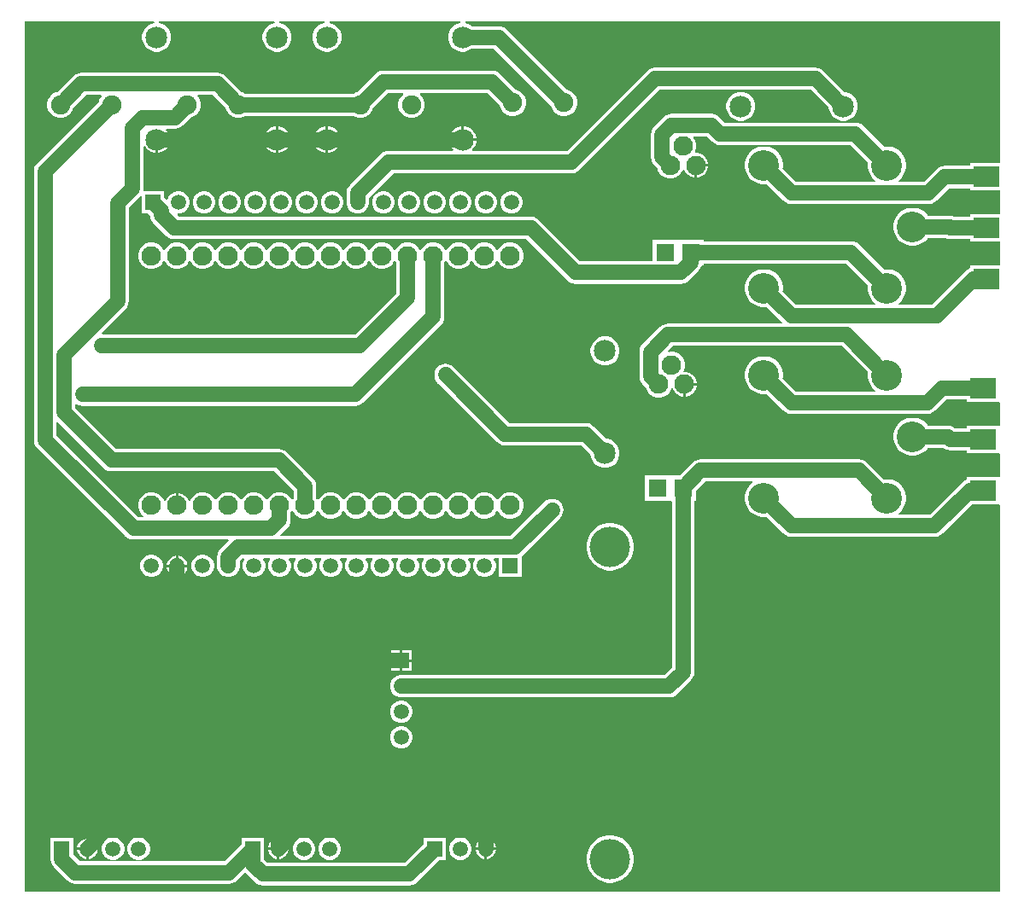
<source format=gbl>
G04*
G04 #@! TF.GenerationSoftware,Altium Limited,Altium Designer,23.6.0 (18)*
G04*
G04 Layer_Physical_Order=2*
G04 Layer_Color=16711680*
%FSTAX25Y25*%
%MOIN*%
G70*
G04*
G04 #@! TF.SameCoordinates,9BEE5B86-6B9F-4FCF-B317-2D1E74663753*
G04*
G04*
G04 #@! TF.FilePolarity,Positive*
G04*
G01*
G75*
%ADD25C,0.05906*%
%ADD26C,0.15748*%
%ADD27C,0.07500*%
%ADD28C,0.08500*%
%ADD29C,0.07600*%
%ADD30C,0.05984*%
%ADD31R,0.05984X0.05984*%
%ADD32R,0.09843X0.07874*%
%ADD33C,0.12000*%
%ADD34R,0.07087X0.07087*%
%ADD35R,0.05984X0.05984*%
%ADD36C,0.05000*%
G36*
X0432105Y0378785D02*
X0420681D01*
Y0377838D01*
X041055D01*
X0409414Y0377688D01*
X0408356Y037725D01*
X0407447Y0376553D01*
X0407447Y0376553D01*
X0402483Y0371588D01*
X039258D01*
X0392435Y0372066D01*
X0392716Y0372254D01*
X0393746Y0373284D01*
X0394556Y0374496D01*
X0395113Y0375842D01*
X0395398Y0377271D01*
Y0378729D01*
X0395113Y0380158D01*
X0394556Y0381504D01*
X0393746Y0382716D01*
X0392716Y0383746D01*
X0391504Y0384556D01*
X0390158Y0385113D01*
X0388729Y0385398D01*
X0387271D01*
X0386885Y0385321D01*
X0378803Y0393403D01*
X0377894Y03941D01*
X0376836Y0394538D01*
X03757Y0394688D01*
X03757Y0394688D01*
X0324817D01*
X0322703Y0396803D01*
X0321794Y03975D01*
X0320736Y0397938D01*
X03196Y0398088D01*
X03196Y0398088D01*
X0304D01*
X0304Y0398088D01*
X0302864Y0397938D01*
X0301806Y03975D01*
X0300897Y0396803D01*
X0300897Y0396803D01*
X0297197Y0393103D01*
X02965Y0392194D01*
X0296062Y0391136D01*
X0295912Y039D01*
X0295912Y039D01*
Y03812D01*
X0295912Y03812D01*
X0296062Y0380064D01*
X02965Y0379006D01*
X0297197Y0378097D01*
X0298421Y0376874D01*
X0298657Y0375994D01*
X0299341Y0374809D01*
X0300309Y0373841D01*
X0301494Y0373157D01*
X0302816Y0372802D01*
X0304184D01*
X0305506Y0373157D01*
X0306691Y0373841D01*
X0307659Y0374809D01*
X0308343Y0375994D01*
X0308447Y037638D01*
X0308965D01*
X0309027Y0376147D01*
X0309659Y0375053D01*
X0310553Y0374159D01*
X0311647Y0373527D01*
X0312868Y03732D01*
X0313D01*
Y0378D01*
X03135D01*
Y03785D01*
X03183D01*
Y0378632D01*
X0317973Y0379853D01*
X0317341Y0380947D01*
X0316447Y0381841D01*
X0315353Y0382473D01*
X0314132Y03828D01*
X0313443D01*
X0313193Y0383233D01*
X0313343Y0383494D01*
X0313698Y0384816D01*
Y0386184D01*
X0313343Y0387506D01*
X0312659Y0388691D01*
X0312501Y038885D01*
X0312692Y0389312D01*
X0317782D01*
X0319897Y0387197D01*
X0319897Y0387197D01*
X0320806Y03865D01*
X0321864Y0386062D01*
X0323Y0385912D01*
X0323Y0385912D01*
X0373883D01*
X0380679Y0379115D01*
X0380602Y0378729D01*
Y0377271D01*
X0380887Y0375842D01*
X0381444Y0374496D01*
X0382254Y0373284D01*
X0383284Y0372254D01*
X0383565Y0372066D01*
X038342Y0371588D01*
X0352618D01*
X0347321Y0376885D01*
X0347398Y0377271D01*
Y0378729D01*
X0347113Y0380158D01*
X0346556Y0381504D01*
X0345746Y0382716D01*
X0344716Y0383746D01*
X0343504Y0384556D01*
X0342158Y0385113D01*
X0340729Y0385398D01*
X0339271D01*
X0337842Y0385113D01*
X0336496Y0384556D01*
X0335284Y0383746D01*
X0334254Y0382716D01*
X0333444Y0381504D01*
X0332887Y0380158D01*
X0332602Y0378729D01*
Y0377271D01*
X0332887Y0375842D01*
X0333444Y0374496D01*
X0334254Y0373284D01*
X0335284Y0372254D01*
X0336496Y0371444D01*
X0337842Y0370887D01*
X0339271Y0370602D01*
X0340729D01*
X0341115Y0370679D01*
X0347697Y0364097D01*
X0347697Y0364097D01*
X0348606Y03634D01*
X0349664Y0362962D01*
X03508Y0362812D01*
X03508Y0362812D01*
X04043D01*
X04043Y0362812D01*
X0405436Y0362962D01*
X0406494Y03634D01*
X0407403Y0364097D01*
X0412367Y0369062D01*
X0420681D01*
Y0368115D01*
X0432105D01*
Y0358835D01*
X0420681D01*
Y0357888D01*
X0414482D01*
X0413636Y0358238D01*
X04125Y0358388D01*
X04125Y0358388D01*
X0403965D01*
X0403746Y0358716D01*
X0402716Y0359746D01*
X0401504Y0360556D01*
X0400158Y0361113D01*
X0398729Y0361398D01*
X0397271D01*
X0395842Y0361113D01*
X0394496Y0360556D01*
X0393284Y0359746D01*
X0392254Y0358716D01*
X0391444Y0357504D01*
X0390887Y0356158D01*
X0390602Y0354729D01*
Y0353271D01*
X0390887Y0351842D01*
X0391444Y0350496D01*
X0392254Y0349284D01*
X0393284Y0348254D01*
X0394496Y0347444D01*
X0395842Y0346887D01*
X0397271Y0346602D01*
X0398729D01*
X0400158Y0346887D01*
X0401504Y0347444D01*
X0402716Y0348254D01*
X0403746Y0349284D01*
X0403965Y0349612D01*
X0411018D01*
X0411864Y0349262D01*
X0413Y0349112D01*
X0413Y0349112D01*
X0420681D01*
Y0348165D01*
X0432105D01*
Y0338835D01*
X0420681D01*
Y0337741D01*
X0420664Y0337738D01*
X0419606Y03373D01*
X0418697Y0336603D01*
X0418697Y0336603D01*
X0405683Y0323588D01*
X039258D01*
X0392435Y0324066D01*
X0392716Y0324254D01*
X0393746Y0325284D01*
X0394556Y0326496D01*
X0395113Y0327842D01*
X0395398Y0329271D01*
Y0330729D01*
X0395113Y0332158D01*
X0394556Y0333504D01*
X0393746Y0334716D01*
X0392716Y0335746D01*
X0391504Y0336556D01*
X0390158Y0337113D01*
X0388729Y0337398D01*
X0387271D01*
X0386885Y0337321D01*
X0377103Y0347103D01*
X0376194Y03478D01*
X0375136Y0348238D01*
X0374Y0348388D01*
X0374Y0348388D01*
X0316441D01*
Y0348941D01*
X0306941D01*
X0306559Y0348941D01*
Y0348941D01*
X0306441D01*
Y0348941D01*
X0296559D01*
Y0340488D01*
X0268318D01*
X0252203Y0356603D01*
X0251294Y03573D01*
X0250236Y0357738D01*
X02491Y0357888D01*
X02491Y0357888D01*
X0111818D01*
X0111095Y035861D01*
X0111302Y035911D01*
X0112078D01*
X0113194Y0359409D01*
X0114195Y0359987D01*
X0115013Y0360805D01*
X0115591Y0361806D01*
X011589Y0362922D01*
Y0364078D01*
X0115591Y0365194D01*
X0115013Y0366195D01*
X0114195Y0367013D01*
X0113194Y0367591D01*
X0112078Y036789D01*
X0110922D01*
X0109806Y0367591D01*
X0108805Y0367013D01*
X0107987Y0366195D01*
X0107409Y0365194D01*
X0107243Y0364575D01*
X010676Y0364445D01*
X010589Y0365316D01*
Y036789D01*
X0098121D01*
X0097791Y0368266D01*
X0097888Y0369D01*
X0097888Y0369D01*
Y0385356D01*
X0098388Y038549D01*
X00988Y0384776D01*
X0099777Y0383799D01*
X0100975Y0383108D01*
X010231Y038275D01*
X0102501D01*
Y0388D01*
X0103001D01*
Y03885D01*
X0108251D01*
Y0388691D01*
X0107893Y0390026D01*
X0107202Y0391224D01*
X0106614Y0391812D01*
X0106821Y0392312D01*
X0110075D01*
X0110076Y0392312D01*
X0111211Y0392462D01*
X011227Y03929D01*
X0113178Y0393597D01*
X0116197Y0396616D01*
X0116987Y0396828D01*
X0118161Y0397505D01*
X0119119Y0398464D01*
X0119797Y0399638D01*
X0120148Y0400947D01*
Y0402302D01*
X0119797Y0403611D01*
X0119119Y0404785D01*
X0118954Y040495D01*
X0119146Y0405412D01*
X0125007D01*
X0129991Y0400427D01*
X0130203Y0399638D01*
X0130881Y0398464D01*
X0131839Y0397505D01*
X0133013Y0396828D01*
X0134322Y0396477D01*
X0135678D01*
X0136987Y0396828D01*
X0137695Y0397236D01*
X0179805D01*
X0180513Y0396828D01*
X0181822Y0396477D01*
X0183178D01*
X0184487Y0396828D01*
X0185661Y0397505D01*
X0186619Y0398464D01*
X0187297Y0399638D01*
X0187508Y0400427D01*
X0193293Y0406212D01*
X0199214D01*
X0199288Y0405935D01*
X0199308Y0405712D01*
X0198381Y0404785D01*
X0197703Y0403611D01*
X0197352Y0402302D01*
Y0400947D01*
X0197703Y0399638D01*
X0198381Y0398464D01*
X0199339Y0397505D01*
X0200513Y0396828D01*
X0201822Y0396477D01*
X0203178D01*
X0204487Y0396828D01*
X0205661Y0397505D01*
X0206619Y0398464D01*
X0207297Y0399638D01*
X0207648Y0400947D01*
Y0402302D01*
X0207297Y0403611D01*
X0206619Y0404785D01*
X0205692Y0405712D01*
X0205712Y0405935D01*
X0205786Y0406212D01*
X0232083D01*
X0236992Y0401303D01*
X0237203Y0400513D01*
X0237881Y0399339D01*
X0238839Y0398381D01*
X0240013Y0397703D01*
X0241322Y0397352D01*
X0242678D01*
X0243987Y0397703D01*
X0245161Y0398381D01*
X0246119Y0399339D01*
X0246797Y0400513D01*
X0247148Y0401822D01*
Y0403178D01*
X0246797Y0404487D01*
X0246119Y0405661D01*
X0245161Y0406619D01*
X0243987Y0407297D01*
X0243197Y0407509D01*
X0237003Y0413703D01*
X0236094Y04144D01*
X0235036Y0414838D01*
X02339Y0414988D01*
X02339Y0414988D01*
X0191476D01*
X0191476Y0414988D01*
X019034Y0414838D01*
X0189282Y04144D01*
X0188373Y0413703D01*
X0188373Y0413703D01*
X0181303Y0406633D01*
X0180513Y0406421D01*
X0179805Y0406012D01*
X0137695D01*
X0136987Y0406421D01*
X0136197Y0406633D01*
X0129927Y0412903D01*
X0129018Y04136D01*
X012796Y0414038D01*
X0126824Y0414188D01*
X0126824Y0414188D01*
X0073676D01*
X007254Y0414038D01*
X0071482Y04136D01*
X0070573Y0412903D01*
X0070573Y0412903D01*
X0064303Y0406633D01*
X0063513Y0406421D01*
X0062339Y0405744D01*
X0061381Y0404785D01*
X0060703Y0403611D01*
X0060352Y0402302D01*
Y0400947D01*
X0060703Y0399638D01*
X0061381Y0398464D01*
X0062339Y0397505D01*
X0063513Y0396828D01*
X0064822Y0396477D01*
X0066178D01*
X0067487Y0396828D01*
X0068661Y0397505D01*
X0069619Y0398464D01*
X0070297Y0399638D01*
X0070508Y0400427D01*
X0075493Y0405412D01*
X0081354D01*
X0081546Y040495D01*
X0081381Y0404785D01*
X0080703Y0403611D01*
X0080492Y0402821D01*
X0056391Y0378721D01*
X0055694Y0377812D01*
X0055255Y0376754D01*
X0055106Y0375618D01*
X0055106Y0375618D01*
Y0270707D01*
X0055106Y0270706D01*
X0055255Y0269571D01*
X0055694Y0268512D01*
X0056391Y0267604D01*
X0090951Y0233043D01*
X0090952Y0233043D01*
X009186Y0232346D01*
X0092918Y0231907D01*
X0094054Y0231758D01*
X0094054Y0231758D01*
X0130899D01*
X013109Y0231296D01*
X0127897Y0228103D01*
X01272Y0227194D01*
X0126762Y0226136D01*
X0126612Y0225D01*
X0126612Y0225D01*
Y0222085D01*
X012661Y0222078D01*
Y0220922D01*
X0126909Y0219806D01*
X0127487Y0218805D01*
X0128305Y0217987D01*
X0129306Y0217409D01*
X0130422Y021711D01*
X0131578D01*
X0132694Y0217409D01*
X0133695Y0217987D01*
X0134513Y0218805D01*
X0135091Y0219806D01*
X013539Y0220922D01*
Y0222078D01*
X0135388Y0222085D01*
Y0223183D01*
X0136608Y0224402D01*
X0137117Y0224359D01*
X0137343Y0223945D01*
X0136909Y0223194D01*
X013661Y0222078D01*
Y0220922D01*
X0136909Y0219806D01*
X0137487Y0218805D01*
X0138305Y0217987D01*
X0139306Y0217409D01*
X0140422Y021711D01*
X0141578D01*
X0142694Y0217409D01*
X0143695Y0217987D01*
X0144513Y0218805D01*
X0145091Y0219806D01*
X014539Y0220922D01*
Y0222078D01*
X0145091Y0223194D01*
X0144652Y0223955D01*
X0144934Y0224455D01*
X0147066D01*
X0147348Y0223955D01*
X0146909Y0223194D01*
X014661Y0222078D01*
Y0220922D01*
X0146909Y0219806D01*
X0147487Y0218805D01*
X0148305Y0217987D01*
X0149306Y0217409D01*
X0150422Y021711D01*
X0151578D01*
X0152694Y0217409D01*
X0153695Y0217987D01*
X0154513Y0218805D01*
X0155091Y0219806D01*
X015539Y0220922D01*
Y0222078D01*
X0155091Y0223194D01*
X0154652Y0223955D01*
X0154934Y0224455D01*
X0157066D01*
X0157348Y0223955D01*
X0156909Y0223194D01*
X015661Y0222078D01*
Y0220922D01*
X0156909Y0219806D01*
X0157487Y0218805D01*
X0158305Y0217987D01*
X0159306Y0217409D01*
X0160422Y021711D01*
X0161578D01*
X0162694Y0217409D01*
X0163695Y0217987D01*
X0164513Y0218805D01*
X0165091Y0219806D01*
X016539Y0220922D01*
Y0222078D01*
X0165091Y0223194D01*
X0164652Y0223955D01*
X0164934Y0224455D01*
X0167066D01*
X0167348Y0223955D01*
X0166909Y0223194D01*
X016661Y0222078D01*
Y0220922D01*
X0166909Y0219806D01*
X0167487Y0218805D01*
X0168305Y0217987D01*
X0169306Y0217409D01*
X0170422Y021711D01*
X0171578D01*
X0172694Y0217409D01*
X0173695Y0217987D01*
X0174513Y0218805D01*
X0175091Y0219806D01*
X017539Y0220922D01*
Y0222078D01*
X0175091Y0223194D01*
X0174652Y0223955D01*
X0174934Y0224455D01*
X0177066D01*
X0177348Y0223955D01*
X0176909Y0223194D01*
X017661Y0222078D01*
Y0220922D01*
X0176909Y0219806D01*
X0177487Y0218805D01*
X0178305Y0217987D01*
X0179306Y0217409D01*
X0180422Y021711D01*
X0181578D01*
X0182694Y0217409D01*
X0183695Y0217987D01*
X0184513Y0218805D01*
X0185091Y0219806D01*
X018539Y0220922D01*
Y0222078D01*
X0185091Y0223194D01*
X0184652Y0223955D01*
X0184934Y0224455D01*
X0187066D01*
X0187348Y0223955D01*
X0186909Y0223194D01*
X018661Y0222078D01*
Y0220922D01*
X0186909Y0219806D01*
X0187487Y0218805D01*
X0188305Y0217987D01*
X0189306Y0217409D01*
X0190422Y021711D01*
X0191578D01*
X0192694Y0217409D01*
X0193695Y0217987D01*
X0194513Y0218805D01*
X0195091Y0219806D01*
X019539Y0220922D01*
Y0222078D01*
X0195091Y0223194D01*
X0194652Y0223955D01*
X0194934Y0224455D01*
X0197066D01*
X0197348Y0223955D01*
X0196909Y0223194D01*
X019661Y0222078D01*
Y0220922D01*
X0196909Y0219806D01*
X0197487Y0218805D01*
X0198305Y0217987D01*
X0199306Y0217409D01*
X0200422Y021711D01*
X0201578D01*
X0202694Y0217409D01*
X0203695Y0217987D01*
X0204513Y0218805D01*
X0205091Y0219806D01*
X020539Y0220922D01*
Y0222078D01*
X0205091Y0223194D01*
X0204652Y0223955D01*
X0204934Y0224455D01*
X0207066D01*
X0207348Y0223955D01*
X0206909Y0223194D01*
X020661Y0222078D01*
Y0220922D01*
X0206909Y0219806D01*
X0207487Y0218805D01*
X0208305Y0217987D01*
X0209306Y0217409D01*
X0210422Y021711D01*
X0211578D01*
X0212694Y0217409D01*
X0213695Y0217987D01*
X0214513Y0218805D01*
X0215091Y0219806D01*
X021539Y0220922D01*
Y0222078D01*
X0215091Y0223194D01*
X0214652Y0223955D01*
X0214934Y0224455D01*
X0217066D01*
X0217348Y0223955D01*
X0216909Y0223194D01*
X021661Y0222078D01*
Y0220922D01*
X0216909Y0219806D01*
X0217487Y0218805D01*
X0218305Y0217987D01*
X0219306Y0217409D01*
X0220422Y021711D01*
X0221578D01*
X0222694Y0217409D01*
X0223695Y0217987D01*
X0224513Y0218805D01*
X0225091Y0219806D01*
X022539Y0220922D01*
Y0222078D01*
X0225091Y0223194D01*
X0224652Y0223955D01*
X0224934Y0224455D01*
X0227066D01*
X0227348Y0223955D01*
X0226909Y0223194D01*
X022661Y0222078D01*
Y0220922D01*
X0226909Y0219806D01*
X0227487Y0218805D01*
X0228305Y0217987D01*
X0229306Y0217409D01*
X0230422Y021711D01*
X0231578D01*
X0232694Y0217409D01*
X0233695Y0217987D01*
X0234513Y0218805D01*
X0235091Y0219806D01*
X023539Y0220922D01*
Y0222078D01*
X0235091Y0223194D01*
X0234652Y0223955D01*
X0234934Y0224455D01*
X023661D01*
Y021711D01*
X024539D01*
Y0225237D01*
X0246045Y022574D01*
X0260503Y0240197D01*
X02612Y0241106D01*
X0261638Y0242164D01*
X0261788Y02433D01*
X0261638Y0244436D01*
X02612Y0245494D01*
X0260503Y0246403D01*
X0259594Y02471D01*
X0258536Y0247538D01*
X02574Y0247688D01*
X0256264Y0247538D01*
X0255206Y02471D01*
X0254297Y0246403D01*
X0241125Y023323D01*
X0151489D01*
X0151298Y0233693D01*
X0154063Y0236458D01*
X0154063Y0236458D01*
X0154761Y0237367D01*
X0155199Y0238425D01*
X0155349Y0239561D01*
X0155349Y0239561D01*
Y0242398D01*
X015568Y0242971D01*
X0156242D01*
X0156801Y0242002D01*
X0157769Y0241034D01*
X0158954Y024035D01*
X0160276Y0239995D01*
X0161645D01*
X0162967Y024035D01*
X0164152Y0241034D01*
X016512Y0242002D01*
X016568Y0242971D01*
X0166242D01*
X0166801Y0242002D01*
X0167769Y0241034D01*
X0168954Y024035D01*
X0170276Y0239995D01*
X0171645D01*
X0172967Y024035D01*
X0174152Y0241034D01*
X017512Y0242002D01*
X017568Y0242971D01*
X0176242D01*
X0176801Y0242002D01*
X0177769Y0241034D01*
X0178954Y024035D01*
X0180276Y0239995D01*
X0181645D01*
X0182967Y024035D01*
X0184152Y0241034D01*
X018512Y0242002D01*
X018568Y0242971D01*
X0186242D01*
X0186801Y0242002D01*
X0187769Y0241034D01*
X0188954Y024035D01*
X0190276Y0239995D01*
X0191645D01*
X0192967Y024035D01*
X0194152Y0241034D01*
X019512Y0242002D01*
X019568Y0242971D01*
X0196242D01*
X0196801Y0242002D01*
X0197769Y0241034D01*
X0198954Y024035D01*
X0200276Y0239995D01*
X0201645D01*
X0202967Y024035D01*
X0204152Y0241034D01*
X020512Y0242002D01*
X020568Y0242971D01*
X0206242D01*
X0206802Y0242002D01*
X0207769Y0241034D01*
X0208954Y024035D01*
X0210276Y0239995D01*
X0211645D01*
X0212967Y024035D01*
X0214152Y0241034D01*
X021512Y0242002D01*
X021568Y0242971D01*
X0216242D01*
X0216802Y0242002D01*
X0217769Y0241034D01*
X0218954Y024035D01*
X0220276Y0239995D01*
X0221645D01*
X0222967Y024035D01*
X0224152Y0241034D01*
X022512Y0242002D01*
X022568Y0242971D01*
X0226242D01*
X0226801Y0242002D01*
X0227769Y0241034D01*
X0228954Y024035D01*
X0230276Y0239995D01*
X0231645D01*
X0232967Y024035D01*
X0234152Y0241034D01*
X023512Y0242002D01*
X023568Y0242971D01*
X0236242D01*
X0236802Y0242002D01*
X0237769Y0241034D01*
X0238954Y024035D01*
X0240276Y0239995D01*
X0241645D01*
X0242967Y024035D01*
X0244152Y0241034D01*
X024512Y0242002D01*
X0245804Y0243187D01*
X0246158Y0244509D01*
Y0245877D01*
X0245804Y0247199D01*
X024512Y0248384D01*
X0244152Y0249352D01*
X0242967Y0250036D01*
X0241645Y0250391D01*
X0240276D01*
X0238954Y0250036D01*
X0237769Y0249352D01*
X0236802Y0248384D01*
X0236242Y0247415D01*
X023568D01*
X023512Y0248384D01*
X0234152Y0249352D01*
X0232967Y0250036D01*
X0231645Y0250391D01*
X0230276D01*
X0228954Y0250036D01*
X0227769Y0249352D01*
X0226801Y0248384D01*
X0226242Y0247415D01*
X022568D01*
X022512Y0248384D01*
X0224152Y0249352D01*
X0222967Y0250036D01*
X0221645Y0250391D01*
X0220276D01*
X0218954Y0250036D01*
X0217769Y0249352D01*
X0216802Y0248384D01*
X0216242Y0247415D01*
X021568D01*
X021512Y0248384D01*
X0214152Y0249352D01*
X0212967Y0250036D01*
X0211645Y0250391D01*
X0210276D01*
X0208954Y0250036D01*
X0207769Y0249352D01*
X0206802Y0248384D01*
X0206242Y0247415D01*
X020568D01*
X020512Y0248384D01*
X0204152Y0249352D01*
X0202967Y0250036D01*
X0201645Y0250391D01*
X0200276D01*
X0198954Y0250036D01*
X0197769Y0249352D01*
X0196801Y0248384D01*
X0196242Y0247415D01*
X019568D01*
X019512Y0248384D01*
X0194152Y0249352D01*
X0192967Y0250036D01*
X0191645Y0250391D01*
X0190276D01*
X0188954Y0250036D01*
X0187769Y0249352D01*
X0186801Y0248384D01*
X0186242Y0247415D01*
X018568D01*
X018512Y0248384D01*
X0184152Y0249352D01*
X0182967Y0250036D01*
X0181645Y0250391D01*
X0180276D01*
X0178954Y0250036D01*
X0177769Y0249352D01*
X0176801Y0248384D01*
X0176242Y0247415D01*
X017568D01*
X017512Y0248384D01*
X0174152Y0249352D01*
X0172967Y0250036D01*
X0171645Y0250391D01*
X0170276D01*
X0168954Y0250036D01*
X0167769Y0249352D01*
X0166801Y0248384D01*
X0166242Y0247415D01*
X016568D01*
X0165348Y0247988D01*
Y025256D01*
X0165348Y0252561D01*
X0165199Y0253696D01*
X0164761Y0254755D01*
X0164063Y0255663D01*
X0164063Y0255663D01*
X0153824Y0265903D01*
X0152915Y02666D01*
X0151857Y0267038D01*
X0150721Y0267188D01*
X0150721Y0267188D01*
X0087314D01*
X0071185Y0283317D01*
Y0284588D01*
X0071633Y0284809D01*
X0071906Y02846D01*
X0072964Y0284162D01*
X00741Y0284012D01*
X01805D01*
X01805Y0284012D01*
X0181636Y0284162D01*
X0182694Y02846D01*
X0183603Y0285297D01*
X0214063Y0315758D01*
X0214063Y0315758D01*
X0214761Y0316667D01*
X0215199Y0317725D01*
X0215349Y0318861D01*
Y0339917D01*
X021568Y0340491D01*
X0216242D01*
X0216802Y0339521D01*
X0217769Y0338554D01*
X0218954Y0337869D01*
X0220276Y0337515D01*
X0221645D01*
X0222967Y0337869D01*
X0224152Y0338554D01*
X022512Y0339521D01*
X022568Y0340491D01*
X0226242D01*
X0226801Y0339521D01*
X0227769Y0338554D01*
X0228954Y0337869D01*
X0230276Y0337515D01*
X0231645D01*
X0232967Y0337869D01*
X0234152Y0338554D01*
X023512Y0339521D01*
X023568Y0340491D01*
X0236242D01*
X0236802Y0339521D01*
X0237769Y0338554D01*
X0238954Y0337869D01*
X0240276Y0337515D01*
X0241645D01*
X0242967Y0337869D01*
X0244152Y0338554D01*
X024512Y0339521D01*
X0245804Y0340706D01*
X0246158Y0342028D01*
Y0343397D01*
X0245804Y0344719D01*
X024512Y0345904D01*
X0244152Y0346872D01*
X0242967Y0347556D01*
X0241645Y034791D01*
X0240276D01*
X0238954Y0347556D01*
X0237769Y0346872D01*
X0236802Y0345904D01*
X0236242Y0344934D01*
X023568D01*
X023512Y0345904D01*
X0234152Y0346872D01*
X0232967Y0347556D01*
X0231645Y034791D01*
X0230276D01*
X0228954Y0347556D01*
X0227769Y0346872D01*
X0226801Y0345904D01*
X0226242Y0344934D01*
X022568D01*
X022512Y0345904D01*
X0224152Y0346872D01*
X0222967Y0347556D01*
X0221645Y034791D01*
X0220276D01*
X0218954Y0347556D01*
X0217769Y0346872D01*
X0216802Y0345904D01*
X0216242Y0344934D01*
X021568D01*
X021512Y0345904D01*
X0214152Y0346872D01*
X0212967Y0347556D01*
X0211645Y034791D01*
X0210276D01*
X0208954Y0347556D01*
X0207769Y0346872D01*
X0206802Y0345904D01*
X0206242Y0344934D01*
X020568D01*
X020512Y0345904D01*
X0204152Y0346872D01*
X0202967Y0347556D01*
X0201645Y034791D01*
X0200276D01*
X0198954Y0347556D01*
X0197769Y0346872D01*
X0196801Y0345904D01*
X0196242Y0344934D01*
X019568D01*
X019512Y0345904D01*
X0194152Y0346872D01*
X0192967Y0347556D01*
X0191645Y034791D01*
X0190276D01*
X0188954Y0347556D01*
X0187769Y0346872D01*
X0186801Y0345904D01*
X0186242Y0344934D01*
X018568D01*
X018512Y0345904D01*
X0184152Y0346872D01*
X0182967Y0347556D01*
X0181645Y034791D01*
X0180276D01*
X0178954Y0347556D01*
X0177769Y0346872D01*
X0176801Y0345904D01*
X0176242Y0344934D01*
X017568D01*
X017512Y0345904D01*
X0174152Y0346872D01*
X0172967Y0347556D01*
X0171645Y034791D01*
X0170276D01*
X0168954Y0347556D01*
X0167769Y0346872D01*
X0166801Y0345904D01*
X0166242Y0344934D01*
X016568D01*
X016512Y0345904D01*
X0164152Y0346872D01*
X0162967Y0347556D01*
X0161645Y034791D01*
X0160276D01*
X0158954Y0347556D01*
X0157769Y0346872D01*
X0156801Y0345904D01*
X0156242Y0344934D01*
X015568D01*
X015512Y0345904D01*
X0154152Y0346872D01*
X0152967Y0347556D01*
X0151645Y034791D01*
X0150276D01*
X0148954Y0347556D01*
X0147769Y0346872D01*
X0146801Y0345904D01*
X0146242Y0344934D01*
X014568D01*
X014512Y0345904D01*
X0144152Y0346872D01*
X0142967Y0347556D01*
X0141645Y034791D01*
X0140276D01*
X0138954Y0347556D01*
X0137769Y0346872D01*
X0136801Y0345904D01*
X0136242Y0344934D01*
X013568D01*
X013512Y0345904D01*
X0134152Y0346872D01*
X0132967Y0347556D01*
X0131645Y034791D01*
X0130276D01*
X0128954Y0347556D01*
X0127769Y0346872D01*
X0126801Y0345904D01*
X0126242Y0344934D01*
X012568D01*
X012512Y0345904D01*
X0124152Y0346872D01*
X0122967Y0347556D01*
X0121645Y034791D01*
X0120276D01*
X0118954Y0347556D01*
X0117769Y0346872D01*
X0116801Y0345904D01*
X0116242Y0344934D01*
X011568D01*
X011512Y0345904D01*
X0114152Y0346872D01*
X0112967Y0347556D01*
X0111645Y034791D01*
X0110276D01*
X0108954Y0347556D01*
X0107769Y0346872D01*
X0106801Y0345904D01*
X0106242Y0344934D01*
X010568D01*
X010512Y0345904D01*
X0104152Y0346872D01*
X0102967Y0347556D01*
X0101645Y034791D01*
X0100276D01*
X0098954Y0347556D01*
X0097769Y0346872D01*
X0096801Y0345904D01*
X0096117Y0344719D01*
X0095763Y0343397D01*
Y0342028D01*
X0096117Y0340706D01*
X0096801Y0339521D01*
X0097769Y0338554D01*
X0098954Y0337869D01*
X0100276Y0337515D01*
X0101645D01*
X0102967Y0337869D01*
X0104152Y0338554D01*
X010512Y0339521D01*
X010568Y0340491D01*
X0106242D01*
X0106801Y0339521D01*
X0107769Y0338554D01*
X0108954Y0337869D01*
X0110276Y0337515D01*
X0111645D01*
X0112967Y0337869D01*
X0114152Y0338554D01*
X011512Y0339521D01*
X011568Y0340491D01*
X0116242D01*
X0116801Y0339521D01*
X0117769Y0338554D01*
X0118954Y0337869D01*
X0120276Y0337515D01*
X0121645D01*
X0122967Y0337869D01*
X0124152Y0338554D01*
X012512Y0339521D01*
X012568Y0340491D01*
X0126242D01*
X0126801Y0339521D01*
X0127769Y0338554D01*
X0128954Y0337869D01*
X0130276Y0337515D01*
X0131645D01*
X0132967Y0337869D01*
X0134152Y0338554D01*
X013512Y0339521D01*
X013568Y0340491D01*
X0136242D01*
X0136801Y0339521D01*
X0137769Y0338554D01*
X0138954Y0337869D01*
X0140276Y0337515D01*
X0141645D01*
X0142967Y0337869D01*
X0144152Y0338554D01*
X014512Y0339521D01*
X014568Y0340491D01*
X0146242D01*
X0146801Y0339521D01*
X0147769Y0338554D01*
X0148954Y0337869D01*
X0150276Y0337515D01*
X0151645D01*
X0152967Y0337869D01*
X0154152Y0338554D01*
X015512Y0339521D01*
X015568Y0340491D01*
X0156242D01*
X0156801Y0339521D01*
X0157769Y0338554D01*
X0158954Y0337869D01*
X0160276Y0337515D01*
X0161645D01*
X0162967Y0337869D01*
X0164152Y0338554D01*
X016512Y0339521D01*
X016568Y0340491D01*
X0166242D01*
X0166801Y0339521D01*
X0167769Y0338554D01*
X0168954Y0337869D01*
X0170276Y0337515D01*
X0171645D01*
X0172967Y0337869D01*
X0174152Y0338554D01*
X017512Y0339521D01*
X017568Y0340491D01*
X0176242D01*
X0176801Y0339521D01*
X0177769Y0338554D01*
X0178954Y0337869D01*
X0180276Y0337515D01*
X0181645D01*
X0182967Y0337869D01*
X0184152Y0338554D01*
X018512Y0339521D01*
X018568Y0340491D01*
X0186242D01*
X0186801Y0339521D01*
X0187769Y0338554D01*
X0188954Y0337869D01*
X0190276Y0337515D01*
X0191645D01*
X0192967Y0337869D01*
X0194152Y0338554D01*
X019512Y0339521D01*
X019568Y0340491D01*
X0196242D01*
X0196573Y0339917D01*
Y0328017D01*
X0180543Y0311988D01*
X0081797D01*
X008159Y0312488D01*
X0090903Y03218D01*
X0090903Y03218D01*
X00916Y0322709D01*
X0092038Y0323767D01*
X0092188Y0324903D01*
X0092188Y0324903D01*
Y0361483D01*
X0096603Y0365897D01*
X0096603Y0365897D01*
X0096637Y0365942D01*
X009711Y0365781D01*
Y035911D01*
X0099684D01*
X010046Y0358334D01*
X0100562Y0357564D01*
X0101Y0356506D01*
X0101697Y0355597D01*
X0106897Y0350397D01*
X0106897Y0350397D01*
X0107806Y03497D01*
X0108864Y0349262D01*
X011Y0349112D01*
X011Y0349112D01*
X0247283D01*
X0263397Y0332997D01*
X0263397Y0332997D01*
X0264306Y03323D01*
X0265364Y0331862D01*
X02665Y0331712D01*
X02665Y0331712D01*
X03076D01*
X03076Y0331712D01*
X0308736Y0331862D01*
X0309794Y03323D01*
X0310703Y0332997D01*
X0314603Y0336897D01*
X0314603Y0336897D01*
X03153Y0337806D01*
X0315738Y0338864D01*
X0315764Y0339059D01*
X0316441D01*
Y0339612D01*
X0372182D01*
X0380679Y0331115D01*
X0380602Y0330729D01*
Y0329271D01*
X0380887Y0327842D01*
X0381444Y0326496D01*
X0382254Y0325284D01*
X0383284Y0324254D01*
X0383565Y0324066D01*
X038342Y0323588D01*
X0352618D01*
X0347321Y0328885D01*
X0347398Y0329271D01*
Y0330729D01*
X0347113Y0332158D01*
X0346556Y0333504D01*
X0345746Y0334716D01*
X0344716Y0335746D01*
X0343504Y0336556D01*
X0342158Y0337113D01*
X0340729Y0337398D01*
X0339271D01*
X0337842Y0337113D01*
X0336496Y0336556D01*
X0335284Y0335746D01*
X0334254Y0334716D01*
X0333444Y0333504D01*
X0332887Y0332158D01*
X0332602Y0330729D01*
Y0329271D01*
X0332887Y0327842D01*
X0333444Y0326496D01*
X0334254Y0325284D01*
X0335284Y0324254D01*
X0336496Y0323444D01*
X0337842Y0322887D01*
X0339271Y0322602D01*
X0340729D01*
X0341115Y0322679D01*
X0347145Y031665D01*
X0346953Y0316188D01*
X03026D01*
X03026Y0316188D01*
X0301464Y0316038D01*
X0300406Y03156D01*
X0299497Y0314903D01*
X0299497Y0314903D01*
X0292697Y0308103D01*
X0292Y0307194D01*
X0291562Y0306136D01*
X0291412Y0305D01*
X0291412Y0305D01*
Y02957D01*
X0291412Y02957D01*
X0291562Y0294564D01*
X0292Y0293506D01*
X0292697Y0292597D01*
X0293921Y0291374D01*
X0294157Y0290494D01*
X0294841Y0289309D01*
X0295809Y0288341D01*
X0296994Y0287657D01*
X0298316Y0287302D01*
X0299684D01*
X0301006Y0287657D01*
X0302191Y0288341D01*
X0303159Y0289309D01*
X0303843Y0290494D01*
X0303947Y029088D01*
X0304465D01*
X0304527Y0290647D01*
X0305159Y0289553D01*
X0306053Y0288659D01*
X0307147Y0288027D01*
X0308368Y02877D01*
X03085D01*
Y02925D01*
X0309D01*
Y0293D01*
X03138D01*
Y0293132D01*
X0313473Y0294353D01*
X0312841Y0295447D01*
X0311947Y0296341D01*
X0310853Y0296973D01*
X0309632Y02973D01*
X0308943D01*
X0308693Y0297733D01*
X0308843Y0297994D01*
X0309198Y0299316D01*
Y0300684D01*
X0308843Y0302006D01*
X0308159Y0303191D01*
X0307191Y0304159D01*
X0306006Y0304843D01*
X0304684Y0305198D01*
X0303316D01*
X0302762Y0305049D01*
X0302503Y0305498D01*
X0304417Y0307412D01*
X0370382D01*
X0380679Y0297115D01*
X0380602Y0296729D01*
Y0295271D01*
X0380887Y0293842D01*
X0381444Y0292496D01*
X0382254Y0291284D01*
X0383284Y0290254D01*
X0383565Y0290066D01*
X038342Y0289588D01*
X0352618D01*
X0347321Y0294885D01*
X0347398Y0295271D01*
Y0296729D01*
X0347113Y0298158D01*
X0346556Y0299504D01*
X0345746Y0300716D01*
X0344716Y0301746D01*
X0343504Y0302556D01*
X0342158Y0303113D01*
X0340729Y0303398D01*
X0339271D01*
X0337842Y0303113D01*
X0336496Y0302556D01*
X0335284Y0301746D01*
X0334254Y0300716D01*
X0333444Y0299504D01*
X0332887Y0298158D01*
X0332602Y0296729D01*
Y0295271D01*
X0332887Y0293842D01*
X0333444Y0292496D01*
X0334254Y0291284D01*
X0335284Y0290254D01*
X0336496Y0289444D01*
X0337842Y0288887D01*
X0339271Y0288602D01*
X0340729D01*
X0341115Y0288679D01*
X0347697Y0282097D01*
X0347697Y0282097D01*
X0348606Y02814D01*
X0349664Y0280962D01*
X03508Y0280812D01*
X03508Y0280812D01*
X04038D01*
X04038Y0280812D01*
X0404936Y0280962D01*
X0405994Y02814D01*
X0406903Y0282097D01*
X0411368Y0286562D01*
X0419181D01*
Y0285615D01*
X0431819D01*
X0432105Y0285234D01*
Y0276716D01*
X0431819Y0276335D01*
X0431605Y0276335D01*
X0419181D01*
Y0275388D01*
X0414531D01*
X0413994Y02758D01*
X0412936Y0276238D01*
X04118Y0276388D01*
X04118Y0276388D01*
X0403965D01*
X0403746Y0276716D01*
X0402716Y0277746D01*
X0401504Y0278556D01*
X0400158Y0279113D01*
X0398729Y0279398D01*
X0397271D01*
X0395842Y0279113D01*
X0394496Y0278556D01*
X0393284Y0277746D01*
X0392254Y0276716D01*
X0391444Y0275504D01*
X0390887Y0274158D01*
X0390602Y0272729D01*
Y0271271D01*
X0390887Y0269842D01*
X0391444Y0268496D01*
X0392254Y0267284D01*
X0393284Y0266254D01*
X0394496Y0265444D01*
X0395842Y0264887D01*
X0397271Y0264602D01*
X0398729D01*
X0400158Y0264887D01*
X0401504Y0265444D01*
X0402716Y0266254D01*
X0403746Y0267284D01*
X0403965Y0267612D01*
X0410069D01*
X0410606Y02672D01*
X0411664Y0266762D01*
X04128Y0266612D01*
X0419181D01*
Y0265665D01*
X0431605D01*
X0431819Y0265665D01*
X0432105Y0265284D01*
Y0256716D01*
X0431819Y0256335D01*
X0431605Y0256335D01*
X0419181D01*
Y0255163D01*
X0418306Y02548D01*
X0417397Y0254103D01*
X0417397Y0254103D01*
X0404882Y0241588D01*
X039258D01*
X0392435Y0242066D01*
X0392716Y0242254D01*
X0393746Y0243284D01*
X0394556Y0244496D01*
X0395113Y0245842D01*
X0395398Y0247271D01*
Y0248729D01*
X0395113Y0250158D01*
X0394556Y0251504D01*
X0393746Y0252716D01*
X0392716Y0253746D01*
X0391504Y0254556D01*
X0390158Y0255113D01*
X0388729Y0255398D01*
X0387271D01*
X0386885Y0255321D01*
X0380303Y0261903D01*
X0379394Y02626D01*
X0378336Y0263038D01*
X03772Y0263188D01*
X03772Y0263188D01*
X03153D01*
X03153Y0263188D01*
X0314164Y0263038D01*
X0313106Y02626D01*
X0312197Y0261903D01*
X0312197Y0261903D01*
X0307236Y0256941D01*
X0303941D01*
X0303559Y0256941D01*
X0303059Y0256941D01*
X0293559D01*
Y0247059D01*
X0303059D01*
X0303441Y0247059D01*
X0303759D01*
X0304112Y0246706D01*
Y0181817D01*
X0301183Y0178888D01*
X0199085D01*
X0199078Y017889D01*
X0197922D01*
X0196806Y0178591D01*
X0195805Y0178013D01*
X0194987Y0177195D01*
X0194409Y0176194D01*
X019411Y0175078D01*
Y0173922D01*
X0194409Y0172806D01*
X0194987Y0171805D01*
X0195805Y0170987D01*
X0196806Y0170409D01*
X0197922Y017011D01*
X0199078D01*
X0199085Y0170112D01*
X0303D01*
X0303Y0170112D01*
X0304136Y0170262D01*
X0305194Y01707D01*
X0306103Y0171397D01*
X0311603Y0176897D01*
X0311603Y0176897D01*
X03123Y0177806D01*
X0312738Y0178864D01*
X0312888Y018D01*
Y0247059D01*
X0313441D01*
Y0250735D01*
X0317118Y0254412D01*
X033542D01*
X0335565Y0253934D01*
X0335284Y0253746D01*
X0334254Y0252716D01*
X0333444Y0251504D01*
X0332887Y0250158D01*
X0332602Y0248729D01*
Y0247271D01*
X0332887Y0245842D01*
X0333444Y0244496D01*
X0334254Y0243284D01*
X0335284Y0242254D01*
X0336496Y0241444D01*
X0337842Y0240887D01*
X0339271Y0240602D01*
X0340729D01*
X0341115Y0240679D01*
X0347697Y0234097D01*
X0347697Y0234097D01*
X0348606Y02334D01*
X0349664Y0232962D01*
X03508Y0232812D01*
X03508Y0232812D01*
X04067D01*
X04067Y0232812D01*
X0407836Y0232962D01*
X0408894Y02334D01*
X0409803Y0234097D01*
X0421371Y0245665D01*
X0431605D01*
X0431819Y0245665D01*
X0432105Y0245284D01*
Y0094395D01*
X0051395D01*
Y0434105D01*
X0102032D01*
X0102098Y0433605D01*
X0100821Y0433263D01*
X0099533Y0432519D01*
X0098482Y0431468D01*
X0097738Y043018D01*
X0097353Y0428744D01*
Y0427256D01*
X0097738Y042582D01*
X0098482Y0424532D01*
X0099533Y0423481D01*
X0100821Y0422737D01*
X0102258Y0422352D01*
X0103744D01*
X0105181Y0422737D01*
X0106469Y0423481D01*
X010752Y0424532D01*
X0108264Y042582D01*
X0108649Y0427256D01*
Y0428744D01*
X0108264Y043018D01*
X010752Y0431468D01*
X0106469Y0432519D01*
X0105181Y0433263D01*
X0103904Y0433605D01*
X010397Y0434105D01*
X0149031D01*
X0149097Y0433605D01*
X014782Y0433263D01*
X0146532Y0432519D01*
X0145481Y0431468D01*
X0144737Y043018D01*
X0144352Y0428744D01*
Y0427256D01*
X0144737Y042582D01*
X0145481Y0424532D01*
X0146532Y0423481D01*
X014782Y0422737D01*
X0149257Y0422352D01*
X0150743D01*
X015218Y0422737D01*
X0153468Y0423481D01*
X0154519Y0424532D01*
X0155263Y042582D01*
X0155648Y0427256D01*
Y0428744D01*
X0155263Y043018D01*
X0154519Y0431468D01*
X0153468Y0432519D01*
X015218Y0433263D01*
X0150903Y0433605D01*
X0150969Y0434105D01*
X0168532D01*
X0168598Y0433605D01*
X0167321Y0433263D01*
X0166033Y0432519D01*
X0164982Y0431468D01*
X0164238Y043018D01*
X0163853Y0428744D01*
Y0427256D01*
X0164238Y042582D01*
X0164982Y0424532D01*
X0166033Y0423481D01*
X0167321Y0422737D01*
X0168757Y0422352D01*
X0170245D01*
X0171681Y0422737D01*
X0172969Y0423481D01*
X017402Y0424532D01*
X0174764Y042582D01*
X0175149Y0427256D01*
Y0428744D01*
X0174764Y043018D01*
X017402Y0431468D01*
X0172969Y0432519D01*
X0171681Y0433263D01*
X0170404Y0433605D01*
X017047Y0434105D01*
X0221531D01*
X0221597Y0433605D01*
X022032Y0433263D01*
X0219032Y0432519D01*
X0217981Y0431468D01*
X0217237Y043018D01*
X0216852Y0428744D01*
Y0427256D01*
X0217237Y042582D01*
X0217981Y0424532D01*
X0219032Y0423481D01*
X022032Y0422737D01*
X0221757Y0422352D01*
X0223243D01*
X022468Y0422737D01*
X0225968Y0423481D01*
X0226099Y0423612D01*
X0234682D01*
X0256992Y0401303D01*
X0257203Y0400513D01*
X0257881Y0399339D01*
X0258839Y0398381D01*
X0260013Y0397703D01*
X0261322Y0397352D01*
X0262678D01*
X0263987Y0397703D01*
X0265161Y0398381D01*
X0266119Y0399339D01*
X0266797Y0400513D01*
X0267148Y0401822D01*
Y0403178D01*
X0266797Y0404487D01*
X0266119Y0405661D01*
X0265161Y0406619D01*
X0263987Y0407297D01*
X0263197Y0407509D01*
X0239603Y0431103D01*
X0238694Y04318D01*
X0237636Y0432238D01*
X02365Y0432388D01*
X02365Y0432388D01*
X0226099D01*
X0225968Y0432519D01*
X022468Y0433263D01*
X0223403Y0433605D01*
X0223469Y0434105D01*
X0432105D01*
Y0378785D01*
D02*
G37*
G36*
X0082394Y0259697D02*
X0082394Y0259697D01*
X0083303Y0259D01*
X0084361Y0258562D01*
X0085497Y0258412D01*
X0148904D01*
X0156573Y0250743D01*
Y0247988D01*
X0156242Y0247415D01*
X015568D01*
X015512Y0248384D01*
X0154152Y0249352D01*
X0152967Y0250036D01*
X0151645Y0250391D01*
X0150276D01*
X0148954Y0250036D01*
X0147769Y0249352D01*
X0146801Y0248384D01*
X0146242Y0247415D01*
X014568D01*
X014512Y0248384D01*
X0144152Y0249352D01*
X0142967Y0250036D01*
X0141645Y0250391D01*
X0140276D01*
X0138954Y0250036D01*
X0137769Y0249352D01*
X0136801Y0248384D01*
X0136242Y0247415D01*
X013568D01*
X013512Y0248384D01*
X0134152Y0249352D01*
X0132967Y0250036D01*
X0131645Y0250391D01*
X0130276D01*
X0128954Y0250036D01*
X0127769Y0249352D01*
X0126801Y0248384D01*
X0126242Y0247415D01*
X012568D01*
X012512Y0248384D01*
X0124152Y0249352D01*
X0122967Y0250036D01*
X0121645Y0250391D01*
X0120276D01*
X0118954Y0250036D01*
X0117769Y0249352D01*
X0116801Y0248384D01*
X0116117Y0247199D01*
X0116014Y0246813D01*
X0115496D01*
X0115434Y0247046D01*
X0114802Y024814D01*
X0113908Y0249034D01*
X0112813Y0249666D01*
X0111592Y0249993D01*
X0111461D01*
Y0245193D01*
X0110461D01*
Y0249993D01*
X0110329D01*
X0109108Y0249666D01*
X0108013Y0249034D01*
X010712Y024814D01*
X0106488Y0247046D01*
X0106425Y0246813D01*
X0105908D01*
X0105804Y0247199D01*
X010512Y0248384D01*
X0104152Y0249352D01*
X0102967Y0250036D01*
X0101645Y0250391D01*
X0100276D01*
X0098954Y0250036D01*
X0097769Y0249352D01*
X0096801Y0248384D01*
X0096117Y0247199D01*
X0095763Y0245877D01*
Y0244509D01*
X0096117Y0243187D01*
X0096801Y0242002D01*
X0097769Y0241034D01*
X0097799Y0241017D01*
X009767Y0240534D01*
X0095872D01*
X0063881Y0272524D01*
Y0277556D01*
X0064344Y0277748D01*
X0082394Y0259697D01*
D02*
G37*
%LPC*%
G36*
X03602Y0416188D02*
X03602Y0416188D01*
X02975D01*
X02975Y0416188D01*
X0296364Y0416038D01*
X0295306Y04156D01*
X0294397Y0414903D01*
X0294397Y0414903D01*
X0263182Y0383688D01*
X022632D01*
X0226113Y0384188D01*
X0226701Y0384776D01*
X0227392Y0385974D01*
X022775Y0387309D01*
Y03875D01*
X02225D01*
X021725D01*
Y0387309D01*
X0217608Y0385974D01*
X0218299Y0384776D01*
X0218887Y0384188D01*
X021868Y0383688D01*
X01937D01*
X01937Y0383688D01*
X0192564Y0383538D01*
X0191506Y03831D01*
X0190597Y0382403D01*
X0190597Y0382403D01*
X0178397Y0370203D01*
X01777Y0369294D01*
X0177262Y0368236D01*
X0177112Y03671D01*
X0177112Y03671D01*
Y0364085D01*
X017711Y0364078D01*
Y0362922D01*
X0177409Y0361806D01*
X0177987Y0360805D01*
X0178805Y0359987D01*
X0179806Y0359409D01*
X0180922Y035911D01*
X0182078D01*
X0183194Y0359409D01*
X0184195Y0359987D01*
X0185013Y0360805D01*
X0185591Y0361806D01*
X018589Y0362922D01*
Y0364078D01*
X0185888Y0364085D01*
Y0365283D01*
X0195518Y0374912D01*
X0265D01*
X0265Y0374912D01*
X0266136Y0375062D01*
X0267194Y03755D01*
X0268103Y0376197D01*
X0299318Y0407412D01*
X0358383D01*
X0365352Y0400442D01*
Y0400256D01*
X0365737Y039882D01*
X0366481Y0397532D01*
X0367532Y0396481D01*
X036882Y0395737D01*
X0370256Y0395352D01*
X0371743D01*
X037318Y0395737D01*
X0374468Y0396481D01*
X0375519Y0397532D01*
X0376263Y039882D01*
X0376648Y0400256D01*
Y0401744D01*
X0376263Y040318D01*
X0375519Y0404468D01*
X0374468Y0405519D01*
X037318Y0406263D01*
X0371743Y0406648D01*
X0371558D01*
X0363303Y0414903D01*
X0362394Y04156D01*
X0361336Y0416038D01*
X03602Y0416188D01*
D02*
G37*
G36*
X0331744Y0406648D02*
X0330257D01*
X032882Y0406263D01*
X0327532Y0405519D01*
X0326481Y0404468D01*
X0325737Y040318D01*
X0325352Y0401744D01*
Y0400256D01*
X0325737Y039882D01*
X0326481Y0397532D01*
X0327532Y0396481D01*
X032882Y0395737D01*
X0330257Y0395352D01*
X0331744D01*
X033318Y0395737D01*
X0334468Y0396481D01*
X0335519Y0397532D01*
X0336263Y039882D01*
X0336648Y0400256D01*
Y0401744D01*
X0336263Y040318D01*
X0335519Y0404468D01*
X0334468Y0405519D01*
X033318Y0406263D01*
X0331744Y0406648D01*
D02*
G37*
G36*
X0223191Y039325D02*
X0223D01*
Y03885D01*
X022775D01*
Y0388691D01*
X0227392Y0390026D01*
X0226701Y0391224D01*
X0225724Y0392201D01*
X0224526Y0392892D01*
X0223191Y039325D01*
D02*
G37*
G36*
X0170192D02*
X0170001D01*
Y03885D01*
X0174751D01*
Y0388691D01*
X0174393Y0390026D01*
X0173702Y0391224D01*
X0172725Y0392201D01*
X0171527Y0392892D01*
X0170192Y039325D01*
D02*
G37*
G36*
X0150691D02*
X01505D01*
Y03885D01*
X015525D01*
Y0388691D01*
X0154892Y0390026D01*
X0154201Y0391224D01*
X0153224Y0392201D01*
X0152026Y0392892D01*
X0150691Y039325D01*
D02*
G37*
G36*
X0222D02*
X0221809D01*
X0220474Y0392892D01*
X0219276Y0392201D01*
X0218299Y0391224D01*
X0217608Y0390026D01*
X021725Y0388691D01*
Y03885D01*
X0222D01*
Y039325D01*
D02*
G37*
G36*
X0169001D02*
X016881D01*
X0167475Y0392892D01*
X0166277Y0392201D01*
X01653Y0391224D01*
X0164609Y0390026D01*
X0164251Y0388691D01*
Y03885D01*
X0169001D01*
Y039325D01*
D02*
G37*
G36*
X01495D02*
X0149309D01*
X0147974Y0392892D01*
X0146776Y0392201D01*
X0145799Y0391224D01*
X0145108Y0390026D01*
X014475Y0388691D01*
Y03885D01*
X01495D01*
Y039325D01*
D02*
G37*
G36*
X0174751Y03875D02*
X0170001D01*
Y038275D01*
X0170192D01*
X0171527Y0383108D01*
X0172725Y0383799D01*
X0173702Y0384776D01*
X0174393Y0385974D01*
X0174751Y0387309D01*
Y03875D01*
D02*
G37*
G36*
X0169001D02*
X0164251D01*
Y0387309D01*
X0164609Y0385974D01*
X01653Y0384776D01*
X0166277Y0383799D01*
X0167475Y0383108D01*
X016881Y038275D01*
X0169001D01*
Y03875D01*
D02*
G37*
G36*
X015525D02*
X01505D01*
Y038275D01*
X0150691D01*
X0152026Y0383108D01*
X0153224Y0383799D01*
X0154201Y0384776D01*
X0154892Y0385974D01*
X015525Y0387309D01*
Y03875D01*
D02*
G37*
G36*
X01495D02*
X014475D01*
Y0387309D01*
X0145108Y0385974D01*
X0145799Y0384776D01*
X0146776Y0383799D01*
X0147974Y0383108D01*
X0149309Y038275D01*
X01495D01*
Y03875D01*
D02*
G37*
G36*
X0108251D02*
X0103501D01*
Y038275D01*
X0103692D01*
X0105027Y0383108D01*
X0106225Y0383799D01*
X0107202Y0384776D01*
X0107893Y0385974D01*
X0108251Y0387309D01*
Y03875D01*
D02*
G37*
G36*
X03183Y03775D02*
X0314D01*
Y03732D01*
X0314132D01*
X0315353Y0373527D01*
X0316447Y0374159D01*
X0317341Y0375053D01*
X0317973Y0376147D01*
X03183Y0377368D01*
Y03775D01*
D02*
G37*
G36*
X0242078Y036789D02*
X0240922D01*
X0239806Y0367591D01*
X0238805Y0367013D01*
X0237987Y0366195D01*
X0237409Y0365194D01*
X023711Y0364078D01*
Y0362922D01*
X0237409Y0361806D01*
X0237987Y0360805D01*
X0238805Y0359987D01*
X0239806Y0359409D01*
X0240922Y035911D01*
X0242078D01*
X0243194Y0359409D01*
X0244195Y0359987D01*
X0245013Y0360805D01*
X0245591Y0361806D01*
X024589Y0362922D01*
Y0364078D01*
X0245591Y0365194D01*
X0245013Y0366195D01*
X0244195Y0367013D01*
X0243194Y0367591D01*
X0242078Y036789D01*
D02*
G37*
G36*
X0232078D02*
X0230922D01*
X0229806Y0367591D01*
X0228805Y0367013D01*
X0227987Y0366195D01*
X0227409Y0365194D01*
X022711Y0364078D01*
Y0362922D01*
X0227409Y0361806D01*
X0227987Y0360805D01*
X0228805Y0359987D01*
X0229806Y0359409D01*
X0230922Y035911D01*
X0232078D01*
X0233194Y0359409D01*
X0234195Y0359987D01*
X0235013Y0360805D01*
X0235591Y0361806D01*
X023589Y0362922D01*
Y0364078D01*
X0235591Y0365194D01*
X0235013Y0366195D01*
X0234195Y0367013D01*
X0233194Y0367591D01*
X0232078Y036789D01*
D02*
G37*
G36*
X0222078D02*
X0220922D01*
X0219806Y0367591D01*
X0218805Y0367013D01*
X0217987Y0366195D01*
X0217409Y0365194D01*
X021711Y0364078D01*
Y0362922D01*
X0217409Y0361806D01*
X0217987Y0360805D01*
X0218805Y0359987D01*
X0219806Y0359409D01*
X0220922Y035911D01*
X0222078D01*
X0223194Y0359409D01*
X0224195Y0359987D01*
X0225013Y0360805D01*
X0225591Y0361806D01*
X022589Y0362922D01*
Y0364078D01*
X0225591Y0365194D01*
X0225013Y0366195D01*
X0224195Y0367013D01*
X0223194Y0367591D01*
X0222078Y036789D01*
D02*
G37*
G36*
X0212078D02*
X0210922D01*
X0209806Y0367591D01*
X0208805Y0367013D01*
X0207987Y0366195D01*
X0207409Y0365194D01*
X020711Y0364078D01*
Y0362922D01*
X0207409Y0361806D01*
X0207987Y0360805D01*
X0208805Y0359987D01*
X0209806Y0359409D01*
X0210922Y035911D01*
X0212078D01*
X0213194Y0359409D01*
X0214195Y0359987D01*
X0215013Y0360805D01*
X0215591Y0361806D01*
X021589Y0362922D01*
Y0364078D01*
X0215591Y0365194D01*
X0215013Y0366195D01*
X0214195Y0367013D01*
X0213194Y0367591D01*
X0212078Y036789D01*
D02*
G37*
G36*
X0202078D02*
X0200922D01*
X0199806Y0367591D01*
X0198805Y0367013D01*
X0197987Y0366195D01*
X0197409Y0365194D01*
X019711Y0364078D01*
Y0362922D01*
X0197409Y0361806D01*
X0197987Y0360805D01*
X0198805Y0359987D01*
X0199806Y0359409D01*
X0200922Y035911D01*
X0202078D01*
X0203194Y0359409D01*
X0204195Y0359987D01*
X0205013Y0360805D01*
X0205591Y0361806D01*
X020589Y0362922D01*
Y0364078D01*
X0205591Y0365194D01*
X0205013Y0366195D01*
X0204195Y0367013D01*
X0203194Y0367591D01*
X0202078Y036789D01*
D02*
G37*
G36*
X0192078D02*
X0190922D01*
X0189806Y0367591D01*
X0188805Y0367013D01*
X0187987Y0366195D01*
X0187409Y0365194D01*
X018711Y0364078D01*
Y0362922D01*
X0187409Y0361806D01*
X0187987Y0360805D01*
X0188805Y0359987D01*
X0189806Y0359409D01*
X0190922Y035911D01*
X0192078D01*
X0193194Y0359409D01*
X0194195Y0359987D01*
X0195013Y0360805D01*
X0195591Y0361806D01*
X019589Y0362922D01*
Y0364078D01*
X0195591Y0365194D01*
X0195013Y0366195D01*
X0194195Y0367013D01*
X0193194Y0367591D01*
X0192078Y036789D01*
D02*
G37*
G36*
X0172078D02*
X0170922D01*
X0169806Y0367591D01*
X0168805Y0367013D01*
X0167987Y0366195D01*
X0167409Y0365194D01*
X016711Y0364078D01*
Y0362922D01*
X0167409Y0361806D01*
X0167987Y0360805D01*
X0168805Y0359987D01*
X0169806Y0359409D01*
X0170922Y035911D01*
X0172078D01*
X0173194Y0359409D01*
X0174195Y0359987D01*
X0175013Y0360805D01*
X0175591Y0361806D01*
X017589Y0362922D01*
Y0364078D01*
X0175591Y0365194D01*
X0175013Y0366195D01*
X0174195Y0367013D01*
X0173194Y0367591D01*
X0172078Y036789D01*
D02*
G37*
G36*
X0162078D02*
X0160922D01*
X0159806Y0367591D01*
X0158805Y0367013D01*
X0157987Y0366195D01*
X0157409Y0365194D01*
X015711Y0364078D01*
Y0362922D01*
X0157409Y0361806D01*
X0157987Y0360805D01*
X0158805Y0359987D01*
X0159806Y0359409D01*
X0160922Y035911D01*
X0162078D01*
X0163194Y0359409D01*
X0164195Y0359987D01*
X0165013Y0360805D01*
X0165591Y0361806D01*
X016589Y0362922D01*
Y0364078D01*
X0165591Y0365194D01*
X0165013Y0366195D01*
X0164195Y0367013D01*
X0163194Y0367591D01*
X0162078Y036789D01*
D02*
G37*
G36*
X0152078D02*
X0150922D01*
X0149806Y0367591D01*
X0148805Y0367013D01*
X0147987Y0366195D01*
X0147409Y0365194D01*
X014711Y0364078D01*
Y0362922D01*
X0147409Y0361806D01*
X0147987Y0360805D01*
X0148805Y0359987D01*
X0149806Y0359409D01*
X0150922Y035911D01*
X0152078D01*
X0153194Y0359409D01*
X0154195Y0359987D01*
X0155013Y0360805D01*
X0155591Y0361806D01*
X015589Y0362922D01*
Y0364078D01*
X0155591Y0365194D01*
X0155013Y0366195D01*
X0154195Y0367013D01*
X0153194Y0367591D01*
X0152078Y036789D01*
D02*
G37*
G36*
X0142078D02*
X0140922D01*
X0139806Y0367591D01*
X0138805Y0367013D01*
X0137987Y0366195D01*
X0137409Y0365194D01*
X013711Y0364078D01*
Y0362922D01*
X0137409Y0361806D01*
X0137987Y0360805D01*
X0138805Y0359987D01*
X0139806Y0359409D01*
X0140922Y035911D01*
X0142078D01*
X0143194Y0359409D01*
X0144195Y0359987D01*
X0145013Y0360805D01*
X0145591Y0361806D01*
X014589Y0362922D01*
Y0364078D01*
X0145591Y0365194D01*
X0145013Y0366195D01*
X0144195Y0367013D01*
X0143194Y0367591D01*
X0142078Y036789D01*
D02*
G37*
G36*
X0132078D02*
X0130922D01*
X0129806Y0367591D01*
X0128805Y0367013D01*
X0127987Y0366195D01*
X0127409Y0365194D01*
X012711Y0364078D01*
Y0362922D01*
X0127409Y0361806D01*
X0127987Y0360805D01*
X0128805Y0359987D01*
X0129806Y0359409D01*
X0130922Y035911D01*
X0132078D01*
X0133194Y0359409D01*
X0134195Y0359987D01*
X0135013Y0360805D01*
X0135591Y0361806D01*
X013589Y0362922D01*
Y0364078D01*
X0135591Y0365194D01*
X0135013Y0366195D01*
X0134195Y0367013D01*
X0133194Y0367591D01*
X0132078Y036789D01*
D02*
G37*
G36*
X0122078D02*
X0120922D01*
X0119806Y0367591D01*
X0118805Y0367013D01*
X0117987Y0366195D01*
X0117409Y0365194D01*
X011711Y0364078D01*
Y0362922D01*
X0117409Y0361806D01*
X0117987Y0360805D01*
X0118805Y0359987D01*
X0119806Y0359409D01*
X0120922Y035911D01*
X0122078D01*
X0123194Y0359409D01*
X0124195Y0359987D01*
X0125013Y0360805D01*
X0125591Y0361806D01*
X012589Y0362922D01*
Y0364078D01*
X0125591Y0365194D01*
X0125013Y0366195D01*
X0124195Y0367013D01*
X0123194Y0367591D01*
X0122078Y036789D01*
D02*
G37*
G36*
X0278744Y0311148D02*
X0277256D01*
X027582Y0310763D01*
X0274532Y0310019D01*
X0273481Y0308968D01*
X0272737Y030768D01*
X0272352Y0306243D01*
Y0304756D01*
X0272737Y030332D01*
X0273481Y0302032D01*
X0274532Y0300981D01*
X027582Y0300237D01*
X0277256Y0299852D01*
X0278744D01*
X028018Y0300237D01*
X0281468Y0300981D01*
X0282519Y0302032D01*
X0283263Y030332D01*
X0283648Y0304756D01*
Y0306243D01*
X0283263Y030768D01*
X0282519Y0308968D01*
X0281468Y0310019D01*
X028018Y0310763D01*
X0278744Y0311148D01*
D02*
G37*
G36*
X03138Y0292D02*
X03095D01*
Y02877D01*
X0309632D01*
X0310853Y0288027D01*
X0311947Y0288659D01*
X0312841Y0289553D01*
X0313473Y0290647D01*
X03138Y0291868D01*
Y0292D01*
D02*
G37*
G36*
X02158Y0300488D02*
X0214664Y0300338D01*
X0213606Y02999D01*
X0212697Y0299203D01*
X0212Y0298294D01*
X0211562Y0297236D01*
X0211412Y02961D01*
X0211562Y0294964D01*
X0212Y0293906D01*
X0212697Y0292997D01*
X0235897Y0269797D01*
X0235897Y0269797D01*
X0236806Y02691D01*
X0237864Y0268662D01*
X0239Y0268512D01*
X0268782D01*
X0272352Y0264942D01*
Y0264756D01*
X0272737Y026332D01*
X0273481Y0262032D01*
X0274532Y0260981D01*
X027582Y0260237D01*
X0277256Y0259852D01*
X0278744D01*
X028018Y0260237D01*
X0281468Y0260981D01*
X0282519Y0262032D01*
X0283263Y026332D01*
X0283648Y0264756D01*
Y0266244D01*
X0283263Y026768D01*
X0282519Y0268968D01*
X0281468Y0270019D01*
X028018Y0270763D01*
X0278744Y0271148D01*
X0278558D01*
X0273703Y0276003D01*
X0272794Y02767D01*
X0271736Y0277138D01*
X02706Y0277288D01*
X02706Y0277288D01*
X0240817D01*
X0218903Y0299203D01*
X0217994Y02999D01*
X0216936Y0300338D01*
X02158Y0300488D01*
D02*
G37*
G36*
X0111526Y0225492D02*
X01115D01*
Y0222D01*
X0114992D01*
Y0222026D01*
X011472Y0223041D01*
X0114195Y0223951D01*
X0113451Y0224694D01*
X0112541Y022522D01*
X0111526Y0225492D01*
D02*
G37*
G36*
X01105D02*
X0110474D01*
X0109459Y022522D01*
X0108549Y0224694D01*
X0107806Y0223951D01*
X010728Y0223041D01*
X0107008Y0222026D01*
Y0222D01*
X01105D01*
Y0225492D01*
D02*
G37*
G36*
X0280913Y0238272D02*
X0279087D01*
X0277296Y0237915D01*
X0275608Y0237216D01*
X027409Y0236202D01*
X0272798Y023491D01*
X0271784Y0233392D01*
X0271085Y0231704D01*
X0270728Y0229913D01*
Y0228087D01*
X0271085Y0226296D01*
X0271784Y0224608D01*
X0272798Y022309D01*
X027409Y0221798D01*
X0275608Y0220784D01*
X0277296Y0220085D01*
X0279087Y0219728D01*
X0280913D01*
X0282704Y0220085D01*
X0284392Y0220784D01*
X028591Y0221798D01*
X0287202Y022309D01*
X0288216Y0224608D01*
X0288915Y0226296D01*
X0289272Y0228087D01*
Y0229913D01*
X0288915Y0231704D01*
X0288216Y0233392D01*
X0287202Y023491D01*
X028591Y0236202D01*
X0284392Y0237216D01*
X0282704Y0237915D01*
X0280913Y0238272D01*
D02*
G37*
G36*
X0114992Y0221D02*
X01115D01*
Y0217508D01*
X0111526D01*
X0112541Y021778D01*
X0113451Y0218305D01*
X0114195Y0219049D01*
X011472Y0219959D01*
X0114992Y0220974D01*
Y0221D01*
D02*
G37*
G36*
X01105D02*
X0107008D01*
Y0220974D01*
X010728Y0219959D01*
X0107806Y0219049D01*
X0108549Y0218305D01*
X0109459Y021778D01*
X0110474Y0217508D01*
X01105D01*
Y0221D01*
D02*
G37*
G36*
X0121578Y022589D02*
X0120422D01*
X0119306Y0225591D01*
X0118305Y0225013D01*
X0117487Y0224195D01*
X0116909Y0223194D01*
X011661Y0222078D01*
Y0220922D01*
X0116909Y0219806D01*
X0117487Y0218805D01*
X0118305Y0217987D01*
X0119306Y0217409D01*
X0120422Y021711D01*
X0121578D01*
X0122694Y0217409D01*
X0123695Y0217987D01*
X0124513Y0218805D01*
X0125091Y0219806D01*
X012539Y0220922D01*
Y0222078D01*
X0125091Y0223194D01*
X0124513Y0224195D01*
X0123695Y0225013D01*
X0122694Y0225591D01*
X0121578Y022589D01*
D02*
G37*
G36*
X0101578D02*
X0100422D01*
X0099306Y0225591D01*
X0098305Y0225013D01*
X0097487Y0224195D01*
X0096909Y0223194D01*
X009661Y0222078D01*
Y0220922D01*
X0096909Y0219806D01*
X0097487Y0218805D01*
X0098305Y0217987D01*
X0099306Y0217409D01*
X0100422Y021711D01*
X0101578D01*
X0102694Y0217409D01*
X0103695Y0217987D01*
X0104513Y0218805D01*
X0105091Y0219806D01*
X010539Y0220922D01*
Y0222078D01*
X0105091Y0223194D01*
X0104513Y0224195D01*
X0103695Y0225013D01*
X0102694Y0225591D01*
X0101578Y022589D01*
D02*
G37*
G36*
X0202492Y0188492D02*
X0199D01*
Y0185D01*
X0202492D01*
Y0188492D01*
D02*
G37*
G36*
X0198D02*
X0194508D01*
Y0185D01*
X0198D01*
Y0188492D01*
D02*
G37*
G36*
X0202492Y0184D02*
X0199D01*
Y0180508D01*
X0202492D01*
Y0184D01*
D02*
G37*
G36*
X0198D02*
X0194508D01*
Y0180508D01*
X0198D01*
Y0184D01*
D02*
G37*
G36*
X0199078Y016889D02*
X0197922D01*
X0196806Y0168591D01*
X0195805Y0168013D01*
X0194987Y0167195D01*
X0194409Y0166194D01*
X019411Y0165078D01*
Y0163922D01*
X0194409Y0162806D01*
X0194987Y0161805D01*
X0195805Y0160987D01*
X0196806Y0160409D01*
X0197922Y016011D01*
X0199078D01*
X0200194Y0160409D01*
X0201195Y0160987D01*
X0202013Y0161805D01*
X0202591Y0162806D01*
X020289Y0163922D01*
Y0165078D01*
X0202591Y0166194D01*
X0202013Y0167195D01*
X0201195Y0168013D01*
X0200194Y0168591D01*
X0199078Y016889D01*
D02*
G37*
G36*
Y015889D02*
X0197922D01*
X0196806Y0158591D01*
X0195805Y0158013D01*
X0194987Y0157195D01*
X0194409Y0156194D01*
X019411Y0155078D01*
Y0153922D01*
X0194409Y0152806D01*
X0194987Y0151805D01*
X0195805Y0150987D01*
X0196806Y0150409D01*
X0197922Y015011D01*
X0199078D01*
X0200194Y0150409D01*
X0201195Y0150987D01*
X0202013Y0151805D01*
X0202591Y0152806D01*
X020289Y0153922D01*
Y0155078D01*
X0202591Y0156194D01*
X0202013Y0157195D01*
X0201195Y0158013D01*
X0200194Y0158591D01*
X0199078Y015889D01*
D02*
G37*
G36*
X0232026Y0114992D02*
X0232D01*
Y01115D01*
X0235492D01*
Y0111526D01*
X023522Y0112541D01*
X0234695Y0113451D01*
X0233951Y0114195D01*
X0233041Y011472D01*
X0232026Y0114992D01*
D02*
G37*
G36*
X0231D02*
X0230974D01*
X0229959Y011472D01*
X0229049Y0114195D01*
X0228306Y0113451D01*
X022778Y0112541D01*
X0227508Y0111526D01*
Y01115D01*
X0231D01*
Y0114992D01*
D02*
G37*
G36*
X0151026D02*
X0151D01*
Y01115D01*
X0154492D01*
Y0111526D01*
X015422Y0112541D01*
X0153694Y0113451D01*
X0152951Y0114195D01*
X0152041Y011472D01*
X0151026Y0114992D01*
D02*
G37*
G36*
X015D02*
X0149974D01*
X0148959Y011472D01*
X0148049Y0114195D01*
X0147306Y0113451D01*
X014678Y0112541D01*
X0146508Y0111526D01*
Y01115D01*
X015D01*
Y0114992D01*
D02*
G37*
G36*
X0076526D02*
X00765D01*
Y01115D01*
X0079992D01*
Y0111526D01*
X007972Y0112541D01*
X0079194Y0113451D01*
X0078451Y0114195D01*
X0077541Y011472D01*
X0076526Y0114992D01*
D02*
G37*
G36*
X00755D02*
X0075474D01*
X0074459Y011472D01*
X0073549Y0114195D01*
X0072806Y0113451D01*
X007228Y0112541D01*
X0072008Y0111526D01*
Y01115D01*
X00755D01*
Y0114992D01*
D02*
G37*
G36*
X0235492Y01105D02*
X0232D01*
Y0107008D01*
X0232026D01*
X0233041Y010728D01*
X0233951Y0107806D01*
X0234695Y0108549D01*
X023522Y0109459D01*
X0235492Y0110474D01*
Y01105D01*
D02*
G37*
G36*
X0231D02*
X0227508D01*
Y0110474D01*
X022778Y0109459D01*
X0228306Y0108549D01*
X0229049Y0107806D01*
X0229959Y010728D01*
X0230974Y0107008D01*
X0231D01*
Y01105D01*
D02*
G37*
G36*
X0154492D02*
X0151D01*
Y0107008D01*
X0151026D01*
X0152041Y010728D01*
X0152951Y0107806D01*
X0153694Y0108549D01*
X015422Y0109459D01*
X0154492Y0110474D01*
Y01105D01*
D02*
G37*
G36*
X015D02*
X0146508D01*
Y0110474D01*
X014678Y0109459D01*
X0147306Y0108549D01*
X0148049Y0107806D01*
X0148959Y010728D01*
X0149974Y0107008D01*
X015D01*
Y01105D01*
D02*
G37*
G36*
X0079992D02*
X00765D01*
Y0107008D01*
X0076526D01*
X0077541Y010728D01*
X0078451Y0107806D01*
X0079194Y0108549D01*
X007972Y0109459D01*
X0079992Y0110474D01*
Y01105D01*
D02*
G37*
G36*
X00755D02*
X0072008D01*
Y0110474D01*
X007228Y0109459D01*
X0072806Y0108549D01*
X0073549Y0107806D01*
X0074459Y010728D01*
X0075474Y0107008D01*
X00755D01*
Y01105D01*
D02*
G37*
G36*
X0222078Y011539D02*
X0220922D01*
X0219806Y0115091D01*
X0218805Y0114513D01*
X0217987Y0113695D01*
X0217409Y0112694D01*
X021711Y0111578D01*
Y0110422D01*
X0217409Y0109306D01*
X0217987Y0108305D01*
X0218805Y0107487D01*
X0219806Y0106909D01*
X0220922Y010661D01*
X0222078D01*
X0223194Y0106909D01*
X0224195Y0107487D01*
X0225013Y0108305D01*
X0225591Y0109306D01*
X022589Y0110422D01*
Y0111578D01*
X0225591Y0112694D01*
X0225013Y0113695D01*
X0224195Y0114513D01*
X0223194Y0115091D01*
X0222078Y011539D01*
D02*
G37*
G36*
X0171078D02*
X0169922D01*
X0168806Y0115091D01*
X0167805Y0114513D01*
X0166987Y0113695D01*
X0166409Y0112694D01*
X016611Y0111578D01*
Y0110422D01*
X0166409Y0109306D01*
X0166987Y0108305D01*
X0167805Y0107487D01*
X0168806Y0106909D01*
X0169922Y010661D01*
X0171078D01*
X0172194Y0106909D01*
X0173195Y0107487D01*
X0174013Y0108305D01*
X0174591Y0109306D01*
X017489Y0110422D01*
Y0111578D01*
X0174591Y0112694D01*
X0174013Y0113695D01*
X0173195Y0114513D01*
X0172194Y0115091D01*
X0171078Y011539D01*
D02*
G37*
G36*
X0161078D02*
X0159922D01*
X0158806Y0115091D01*
X0157805Y0114513D01*
X0156987Y0113695D01*
X0156409Y0112694D01*
X015611Y0111578D01*
Y0110422D01*
X0156409Y0109306D01*
X0156987Y0108305D01*
X0157805Y0107487D01*
X0158806Y0106909D01*
X0159922Y010661D01*
X0161078D01*
X0162194Y0106909D01*
X0163195Y0107487D01*
X0164013Y0108305D01*
X0164591Y0109306D01*
X016489Y0110422D01*
Y0111578D01*
X0164591Y0112694D01*
X0164013Y0113695D01*
X0163195Y0114513D01*
X0162194Y0115091D01*
X0161078Y011539D01*
D02*
G37*
G36*
X0096578D02*
X0095422D01*
X0094306Y0115091D01*
X0093305Y0114513D01*
X0092487Y0113695D01*
X0091909Y0112694D01*
X009161Y0111578D01*
Y0110422D01*
X0091909Y0109306D01*
X0092487Y0108305D01*
X0093305Y0107487D01*
X0094306Y0106909D01*
X0095422Y010661D01*
X0096578D01*
X0097694Y0106909D01*
X0098695Y0107487D01*
X0099513Y0108305D01*
X0100091Y0109306D01*
X010039Y0110422D01*
Y0111578D01*
X0100091Y0112694D01*
X0099513Y0113695D01*
X0098695Y0114513D01*
X0097694Y0115091D01*
X0096578Y011539D01*
D02*
G37*
G36*
X0086578D02*
X0085422D01*
X0084306Y0115091D01*
X0083305Y0114513D01*
X0082487Y0113695D01*
X0081909Y0112694D01*
X008161Y0111578D01*
Y0110422D01*
X0081909Y0109306D01*
X0082487Y0108305D01*
X0083305Y0107487D01*
X0084306Y0106909D01*
X0085422Y010661D01*
X0086578D01*
X0087694Y0106909D01*
X0088695Y0107487D01*
X0089513Y0108305D01*
X0090091Y0109306D01*
X009039Y0110422D01*
Y0111578D01*
X0090091Y0112694D01*
X0089513Y0113695D01*
X0088695Y0114513D01*
X0087694Y0115091D01*
X0086578Y011539D01*
D02*
G37*
G36*
X021589D02*
X020711D01*
Y0112816D01*
X0199782Y0105488D01*
X0146218D01*
X014489Y0106816D01*
Y011539D01*
X013611D01*
Y0112816D01*
X0129382Y0106088D01*
X0073118D01*
X007039Y0108816D01*
Y011539D01*
X006161D01*
Y010661D01*
X0061663D01*
X0061762Y0105864D01*
X00622Y0104806D01*
X0062897Y0103897D01*
X0068197Y0098597D01*
X0068197Y0098597D01*
X0069106Y00979D01*
X0070164Y0097462D01*
X00713Y0097312D01*
X00713Y0097312D01*
X01312D01*
X01312Y0097312D01*
X0132336Y0097462D01*
X0133394Y00979D01*
X0134303Y0098597D01*
X01375Y0101795D01*
X0141297Y0097997D01*
X0141297Y0097997D01*
X0142206Y00973D01*
X0143264Y0096862D01*
X01444Y0096712D01*
X02016D01*
X02016Y0096712D01*
X0202736Y0096862D01*
X0203794Y00973D01*
X0204703Y0097997D01*
X0213316Y010661D01*
X021589D01*
Y011539D01*
D02*
G37*
G36*
X0280913Y0116272D02*
X0279087D01*
X0277296Y0115915D01*
X0275608Y0115216D01*
X027409Y0114202D01*
X0272798Y011291D01*
X0271784Y0111392D01*
X0271085Y0109704D01*
X0270728Y0107913D01*
Y0106087D01*
X0271085Y0104296D01*
X0271784Y0102608D01*
X0272798Y010109D01*
X027409Y0099798D01*
X0275608Y0098784D01*
X0277296Y0098085D01*
X0279087Y0097728D01*
X0280913D01*
X0282704Y0098085D01*
X0284392Y0098784D01*
X028591Y0099798D01*
X0287202Y010109D01*
X0288216Y0102608D01*
X0288915Y0104296D01*
X0289272Y0106087D01*
Y0107913D01*
X0288915Y0109704D01*
X0288216Y0111392D01*
X0287202Y011291D01*
X028591Y0114202D01*
X0284392Y0115216D01*
X0282704Y0115915D01*
X0280913Y0116272D01*
D02*
G37*
%LPD*%
D25*
X01896Y01222D02*
X0225D01*
X016D02*
X01896D01*
X0131Y01845D02*
X01896Y01259D01*
X0111Y02045D02*
X0131Y01845D01*
X03085Y0252D02*
X03153Y02588D01*
X03772D01*
X0388Y0248D01*
X01015Y03635D02*
X01048Y03602D01*
Y03587D02*
Y03602D01*
Y03587D02*
X011Y03535D01*
X02491D01*
X02665Y03361D01*
X03076D01*
X03115Y034D01*
Y0344D01*
X01825Y0401624D02*
X0191476Y04106D01*
X02339D01*
X0242Y04025D01*
X0081506Y03076D02*
X0182361D01*
X0200961Y03262D01*
Y0342713D01*
X0111Y02045D02*
Y02215D01*
X0131Y01845D02*
X01985D01*
X01896Y01222D02*
Y01259D01*
X0225Y01222D02*
X02315Y01157D01*
Y0111D02*
Y01157D01*
X01505Y0111D02*
X01541Y01146D01*
Y01163D01*
X016Y01222D01*
X0413Y03535D02*
X0427D01*
X04125Y0354D02*
X0413Y03535D01*
X0398Y0354D02*
X04125D01*
X041055Y037345D02*
X0427D01*
X04043Y03672D02*
X041055Y037345D01*
X03508Y03672D02*
X04043D01*
X034Y0378D02*
X03508Y03672D01*
X04205Y0251D02*
X04255D01*
X04067Y02372D02*
X04205Y0251D01*
X03508Y02372D02*
X04067D01*
X034Y0248D02*
X03508Y02372D01*
X04128Y0271D02*
X04255D01*
X04118Y0272D02*
X04128Y0271D01*
X0398Y0272D02*
X04118D01*
X040955Y029095D02*
X04255D01*
X04038Y02852D02*
X040955Y029095D01*
X03508Y02852D02*
X04038D01*
X034Y0296D02*
X03508Y02852D01*
X0150961Y0239561D02*
Y0245193D01*
X0147546Y0236146D02*
X0150961Y0239561D01*
X0094054Y0236146D02*
X0147546D01*
X0059494Y0270706D02*
X0094054Y0236146D01*
X0059494Y0270706D02*
Y0375618D01*
X00855Y0401624D01*
X0131Y02215D02*
Y0225D01*
X0134843Y0228843D01*
X0242943D01*
X02574Y02433D01*
X03602Y04118D02*
X0371Y0401D01*
X02975Y04118D02*
X03602D01*
X0265Y03793D02*
X02975Y04118D01*
X01937Y03793D02*
X0265D01*
X01815Y03671D02*
X01937Y03793D01*
X01815Y03635D02*
Y03671D01*
X02158Y02961D02*
X0239Y02729D01*
X02706D01*
X0278Y02655D01*
X0210961Y0318861D02*
Y0342713D01*
X01805Y02884D02*
X0210961Y0318861D01*
X00741Y02884D02*
X01805D01*
X0160961Y0245193D02*
Y0252561D01*
X0150721Y02628D02*
X0160961Y0252561D01*
X0085497Y02628D02*
X0150721D01*
X0066797Y02815D02*
X0085497Y02628D01*
X0066797Y02815D02*
Y03039D01*
X00878Y0324903D01*
Y03633D01*
X00935Y0369D01*
Y03927D01*
X00975Y03967D01*
X0110076D01*
X0115Y0401624D01*
X01985Y01745D02*
X0303D01*
X03085Y018D01*
Y0252D01*
X02225Y0428D02*
X02365D01*
X0262Y04025D01*
X04218Y03335D02*
X0427D01*
X04075Y03192D02*
X04218Y03335D01*
X03508Y03192D02*
X04075D01*
X034Y033D02*
X03508Y03192D01*
X03115Y0344D02*
X0374D01*
X0388Y033D01*
X03722Y03118D02*
X0388Y0296D01*
X03026Y03118D02*
X03722D01*
X02958Y0305D02*
X03026Y03118D01*
X02958Y02957D02*
Y0305D01*
Y02957D02*
X0299Y02925D01*
X03757Y03903D02*
X0388Y0378D01*
X0323Y03903D02*
X03757D01*
X03196Y03937D02*
X0323Y03903D01*
X0304Y03937D02*
X03196D01*
X03003Y039D02*
X0304Y03937D01*
X03003Y03812D02*
Y039D01*
Y03812D02*
X03035Y0378D01*
X0066Y0107D02*
Y0111D01*
Y0107D02*
X00713Y01017D01*
X01312D01*
X01405Y0111D01*
X0076D02*
X00796Y01146D01*
Y01155D01*
X00825Y01184D01*
X01475D01*
X01505Y01154D01*
Y0111D02*
Y01154D01*
X02016Y01011D02*
X02115Y0111D01*
X01444Y01011D02*
X02016D01*
X01405Y0105D02*
X01444Y01011D01*
X01405Y0105D02*
Y0111D01*
X0126824Y04098D02*
X0135Y0401624D01*
X0073676Y04098D02*
X0126824D01*
X00655Y0401624D02*
X0073676Y04098D01*
X0135Y0401624D02*
X01825D01*
X0103001Y0388D02*
X015D01*
X0169501D02*
X02225D01*
X015D02*
X0169501D01*
D26*
X028Y0107D02*
D03*
Y0229D02*
D03*
D27*
X01825Y0401624D02*
D03*
X02025D02*
D03*
X0262Y04025D02*
D03*
X0242D02*
D03*
X0115Y0401624D02*
D03*
X0135D02*
D03*
X00855D02*
D03*
X00655D02*
D03*
D28*
X02225Y0388D02*
D03*
Y0428D02*
D03*
X0169501D02*
D03*
Y0388D02*
D03*
X015Y0428D02*
D03*
Y0388D02*
D03*
X0103001Y0428D02*
D03*
Y0388D02*
D03*
X0331Y0401D02*
D03*
X0371D02*
D03*
X0278Y03055D02*
D03*
Y02655D02*
D03*
D29*
X03135Y0378D02*
D03*
X03085Y03855D02*
D03*
X03035Y0378D02*
D03*
X0309Y02925D02*
D03*
X0304Y03D02*
D03*
X0299Y02925D02*
D03*
X0100961Y0245193D02*
D03*
X0110961D02*
D03*
X0120961D02*
D03*
X0130961D02*
D03*
X0140961D02*
D03*
X0150961D02*
D03*
X0160961D02*
D03*
X0170961D02*
D03*
X0180961D02*
D03*
X0190961D02*
D03*
X0200961D02*
D03*
X0210961D02*
D03*
X0220961D02*
D03*
X0230961D02*
D03*
X0240961D02*
D03*
X0100961Y0342713D02*
D03*
X0110961D02*
D03*
X0120961D02*
D03*
X0130961D02*
D03*
X0140961D02*
D03*
X0150961D02*
D03*
X0160961D02*
D03*
X0170961D02*
D03*
X0180961D02*
D03*
X0190961D02*
D03*
X0200961D02*
D03*
X0210961D02*
D03*
X0220961D02*
D03*
X0230961D02*
D03*
X0240961D02*
D03*
D30*
X02415Y03635D02*
D03*
X02315D02*
D03*
X02215D02*
D03*
X02115D02*
D03*
X02015D02*
D03*
X01915D02*
D03*
X01815D02*
D03*
X01715D02*
D03*
X01615D02*
D03*
X01515D02*
D03*
X01415D02*
D03*
X01315D02*
D03*
X01215D02*
D03*
X01115D02*
D03*
X0101Y02215D02*
D03*
X0111D02*
D03*
X0121D02*
D03*
X0131D02*
D03*
X0141D02*
D03*
X0151D02*
D03*
X0161D02*
D03*
X0171D02*
D03*
X0181D02*
D03*
X0191D02*
D03*
X0201D02*
D03*
X0211D02*
D03*
X0221D02*
D03*
X0231D02*
D03*
X0076Y0111D02*
D03*
X0086D02*
D03*
X0096D02*
D03*
X01985Y01745D02*
D03*
Y01645D02*
D03*
Y01545D02*
D03*
X01505Y0111D02*
D03*
X01605D02*
D03*
X01705D02*
D03*
X02215D02*
D03*
X02315D02*
D03*
D31*
X01015Y03635D02*
D03*
X0241Y02215D02*
D03*
X0066Y0111D02*
D03*
X01405D02*
D03*
X02115D02*
D03*
D32*
X0427Y03535D02*
D03*
Y03335D02*
D03*
Y037345D02*
D03*
X04255Y0271D02*
D03*
Y0251D02*
D03*
Y029095D02*
D03*
D33*
X0388Y033D02*
D03*
X034Y0378D02*
D03*
X0398Y0354D02*
D03*
X034Y033D02*
D03*
X0388Y0378D02*
D03*
Y0248D02*
D03*
X034Y0296D02*
D03*
X0398Y0272D02*
D03*
X034Y0248D02*
D03*
X0388Y0296D02*
D03*
D34*
X03115Y0344D02*
D03*
X03015D02*
D03*
X03085Y0252D02*
D03*
X02985D02*
D03*
D35*
X01985Y01845D02*
D03*
D36*
X0081506Y03076D02*
D03*
X02574Y02433D02*
D03*
X02158Y02961D02*
D03*
X00741Y02884D02*
D03*
M02*

</source>
